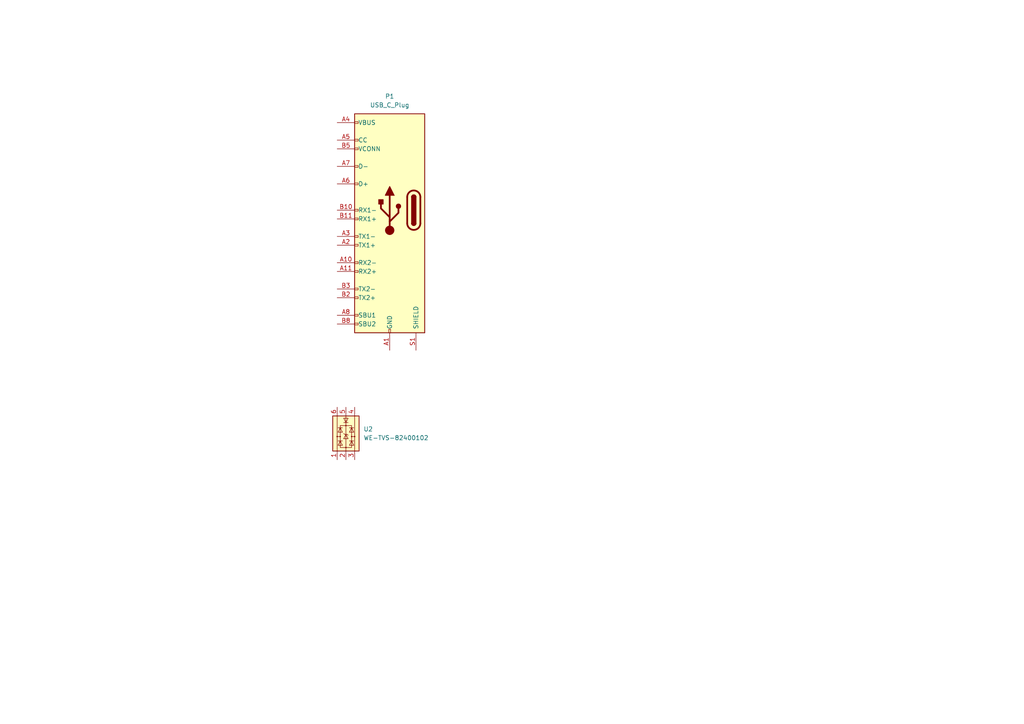
<source format=kicad_sch>
(kicad_sch (version 20231120) (generator "eeschema") (generator_version "8.0")
  (paper "A4")
  (lib_symbols
    (symbol "Connector:USB_C_Plug" (pin_names (offset 1.016))
      (property "Reference" "P" (at -10.16 29.21 0))
      (property "Value" "USB_C_Plug" (at 10.16 29.21 0))
      (symbol "USB_C_Plug_0_0"
        (rectangle (start -0.254 -35.56) (end 0.254 -34.544))
        (rectangle (start 10.16 -32.766) (end 9.144 -33.274))
        (rectangle (start 10.16 -30.226) (end 9.144 -30.734))
        (rectangle (start 10.16 -25.146) (end 9.144 -25.654))
        (rectangle (start 10.16 -22.606) (end 9.144 -23.114))
        (rectangle (start 10.16 -17.526) (end 9.144 -18.034))
        (rectangle (start 10.16 -14.986) (end 9.144 -15.494))
        (rectangle (start 10.16 -9.906) (end 9.144 -10.414))
        (rectangle (start 10.16 -7.366) (end 9.144 -7.874))
        (rectangle (start 10.16 -2.286) (end 9.144 -2.794))
        (rectangle (start 10.16 0.254) (end 9.144 -0.254))
        (rectangle (start 10.16 7.874) (end 9.144 7.366))
        (rectangle (start 10.16 12.954) (end 9.144 12.446))
        (rectangle (start 10.16 18.034) (end 9.144 17.526))
        (rectangle (start 10.16 20.574) (end 9.144 20.066))
        (rectangle (start 10.16 25.654) (end 9.144 25.146))
      )
      (symbol "USB_C_Plug_0_1"
        (rectangle (start -10.16 27.94) (end 10.16 -35.56) (stroke (width 0.254)) (fill (type background)))
        (arc (start -8.89 -3.81) (mid -6.985 -5.7067) (end -5.08 -3.81) (stroke (width 0.508)))
        (arc (start -7.62 -3.81) (mid -6.985 -4.4423) (end -6.35 -3.81) (stroke (width 0.254)))
        (arc (start -7.62 -3.81) (mid -6.985 -4.4423) (end -6.35 -3.81) (stroke (width 0.254)) (fill (type outline)))
        (rectangle (start -7.62 -3.81) (end -6.35 3.81) (stroke (width 0.254)) (fill (type outline)))
        (arc (start -6.35 3.81) (mid -6.985 4.4423) (end -7.62 3.81) (stroke (width 0.254)))
        (arc (start -6.35 3.81) (mid -6.985 4.4423) (end -7.62 3.81) (stroke (width 0.254)) (fill (type outline)))
        (arc (start -5.08 3.81) (mid -6.985 5.7067) (end -8.89 3.81) (stroke (width 0.508)))
        (polyline (pts (xy -8.89 -3.81) (xy -8.89 3.81)) (stroke (width 0.508)))
        (polyline (pts (xy -5.08 3.81) (xy -5.08 -3.81)) (stroke (width 0.508)))
      )
      (symbol "USB_C_Plug_1_1"
        (circle (center -2.54 1.143) (radius 0.635) (stroke (width 0.254)) (fill (type outline)))
        (circle (center 0 -5.842) (radius 1.27) (fill (type outline)))
        (polyline (pts (xy 0 -5.842) (xy 0 4.318)) (stroke (width 0.508)))
        (polyline (pts (xy 0 -3.302) (xy -2.54 -0.762) (xy -2.54 0.508)) (stroke (width 0.508)))
        (polyline (pts (xy 0 -2.032) (xy 2.54 0.508) (xy 2.54 1.778)) (stroke (width 0.508)))
        (polyline (pts (xy -1.27 4.318) (xy 0 6.858) (xy 1.27 4.318) (xy -1.27 4.318)) (stroke (width 0.254)) (fill (type outline)))
        (rectangle (start 1.905 1.778) (end 3.175 3.048) (stroke (width 0.254)) (fill (type outline)))
        (pin passive line (at 0 -40.64 90) (length 5.08) (name "GND") (number "A1"))
        (pin bidirectional line (at 15.24 -15.24 180) (length 5.08) (name "RX2-") (number "A10"))
        (pin bidirectional line (at 15.24 -17.78 180) (length 5.08) (name "RX2+") (number "A11"))
        (pin passive line (at 0 -40.64 90) (length 5.08) hide (name "GND") (number "A12"))
        (pin bidirectional line (at 15.24 -10.16 180) (length 5.08) (name "TX1+") (number "A2"))
        (pin bidirectional line (at 15.24 -7.62 180) (length 5.08) (name "TX1-") (number "A3"))
        (pin passive line (at 15.24 25.4 180) (length 5.08) (name "VBUS") (number "A4"))
        (pin bidirectional line (at 15.24 20.32 180) (length 5.08) (name "CC") (number "A5"))
        (pin bidirectional line (at 15.24 7.62 180) (length 5.08) (name "D+") (number "A6"))
        (pin bidirectional line (at 15.24 12.7 180) (length 5.08) (name "D-") (number "A7"))
        (pin bidirectional line (at 15.24 -30.48 180) (length 5.08) (name "SBU1") (number "A8"))
        (pin passive line (at 15.24 25.4 180) (length 5.08) hide (name "VBUS") (number "A9"))
        (pin passive line (at 0 -40.64 90) (length 5.08) hide (name "GND") (number "B1"))
        (pin bidirectional line (at 15.24 0 180) (length 5.08) (name "RX1-") (number "B10"))
        (pin bidirectional line (at 15.24 -2.54 180) (length 5.08) (name "RX1+") (number "B11"))
        (pin passive line (at 0 -40.64 90) (length 5.08) hide (name "GND") (number "B12"))
        (pin bidirectional line (at 15.24 -25.4 180) (length 5.08) (name "TX2+") (number "B2"))
        (pin bidirectional line (at 15.24 -22.86 180) (length 5.08) (name "TX2-") (number "B3"))
        (pin passive line (at 15.24 25.4 180) (length 5.08) hide (name "VBUS") (number "B4"))
        (pin bidirectional line (at 15.24 17.78 180) (length 5.08) (name "VCONN") (number "B5"))
        (pin bidirectional line (at 15.24 -33.02 180) (length 5.08) (name "SBU2") (number "B8"))
        (pin passive line (at 15.24 25.4 180) (length 5.08) hide (name "VBUS") (number "B9"))
        (pin passive line (at -7.62 -40.64 90) (length 5.08) (name "SHIELD") (number "S1"))
      )
    )
    (symbol "Power_Protection:WE-TVS-82400102"
      (property "Reference" "U" (at 0 7.62 0))
      (property "Value" "WE-TVS-82400102" (at 0 5.08 0))
      (symbol "WE-TVS-82400102_0_1"
        (circle (center -4.064 0) (radius 0.127))
        (rectangle (start -4.064 1.651) (end 2.286 -1.651))
        (circle (center -0.889 -2.54) (radius 0.127))
        (circle (center -0.889 -1.651) (radius 0.127))
        (circle (center -0.889 1.651) (radius 0.127))
        (circle (center -0.889 2.54) (radius 0.127))
        (polyline (pts (xy -5.08 -2.54) (xy 5.08 -2.54)))
        (polyline (pts (xy -5.08 2.54) (xy 5.08 2.54)))
        (polyline (pts (xy -4.064 0) (xy -5.08 0)))
        (polyline (pts (xy -4.064 0) (xy 2.286 0)) (fill (type outline)))
        (polyline (pts (xy -2.159 -1.016) (xy -2.159 -2.286)))
        (polyline (pts (xy -2.159 2.286) (xy -2.159 1.016)))
        (polyline (pts (xy -0.889 -1.651) (xy -0.889 -2.413)))
        (polyline (pts (xy -0.889 1.651) (xy -0.889 2.54)))
        (polyline (pts (xy -0.508 -0.635) (xy -0.508 -0.635)))
        (polyline (pts (xy 1.651 -1.016) (xy 1.651 -2.286)))
        (polyline (pts (xy 1.651 2.286) (xy 1.651 1.016)))
        (polyline (pts (xy 2.286 0) (xy 5.08 0)))
        (polyline (pts (xy -3.429 -1.016) (xy -3.429 -2.286) (xy -2.159 -1.651) (xy -3.429 -1.016)))
        (polyline (pts (xy -3.429 1.016) (xy -3.429 2.286) (xy -2.159 1.651) (xy -3.429 1.016)))
        (polyline (pts (xy 0 0.635) (xy -0.254 0.381) (xy -0.254 -0.381) (xy -0.508 -0.635)))
        (polyline (pts (xy 0.381 -1.016) (xy 0.381 -2.286) (xy 1.651 -1.651) (xy 0.381 -1.016)))
        (polyline (pts (xy 0.381 1.016) (xy 0.381 2.286) (xy 1.651 1.651) (xy 0.381 1.016)))
        (circle (center 2.286 0) (radius 0.127))
      )
      (symbol "WE-TVS-82400102_1_1"
        (rectangle (start -5.08 3.81) (end 5.08 -3.81) (stroke (width 0.254)) (fill (type background)))
        (polyline (pts (xy 3.175 0.635) (xy 3.175 -0.635)))
        (polyline (pts (xy -1.524 0.635) (xy -1.524 -0.635) (xy -0.254 0) (xy -1.524 0.635)))
        (polyline (pts (xy 4.445 0.635) (xy 4.445 -0.635) (xy 3.175 0) (xy 4.445 0.635)))
        (pin passive line (at -7.62 2.54 0) (length 2.54) (name "~") (number "1"))
        (pin passive line (at -7.62 0 0) (length 2.54) (name "~") (number "2"))
        (pin passive line (at -7.62 -2.54 0) (length 2.54) (name "~") (number "3"))
        (pin passive line (at 7.62 -2.54 180) (length 2.54) (name "~") (number "4"))
        (pin passive line (at 7.62 0 180) (length 2.54) (name "~") (number "5"))
        (pin passive line (at 7.62 2.54 180) (length 2.54) (name "~") (number "6"))
      )
    )
  )
  (symbol (lib_id "Connector:USB_C_Plug") (at 113.03 60.96 0) (mirror y) (unit 1)
    (property "Reference" "P1" (at 113.03 27.94 0))
    (property "Value" "USB_C_Plug" (at 113.03 30.48 0))
    (property "Footprint" "Connector_USB:USB_C_Receptacle_G-Switch_GT-USB-7010ASV" (effects (hide yes)))
    (property "Datasheet" "https://www.usb.org/sites/default/files/documents/usb_type-c.zip" (effects (hide yes)))
    (property "Description" "USB Type-C Plug connector" (effects (hide yes)))
  )
  (symbol (lib_id "Power_Protection:WE-TVS-82400102") (at 100.33 125.73 90) (unit 1)
    (property "Reference" "U2" (at 105.41 124.4599 90) (effects (justify right)))
    (property "Value" "WE-TVS-82400102" (at 105.41 126.9999 90) (effects (justify right)))
    (property "Footprint" "Package_TO_SOT_SMD:SOT-23-6" (effects (hide yes)))
    (property "Datasheet" "https://www.we-online.com/components/products/datasheet/82400102.pdf" (effects (hide yes)))
    (property "Description" "Low Capacitance TVS Diode Array, 2 Channels, SOT-23-6" (effects (hide yes)))
  )
)
</source>
